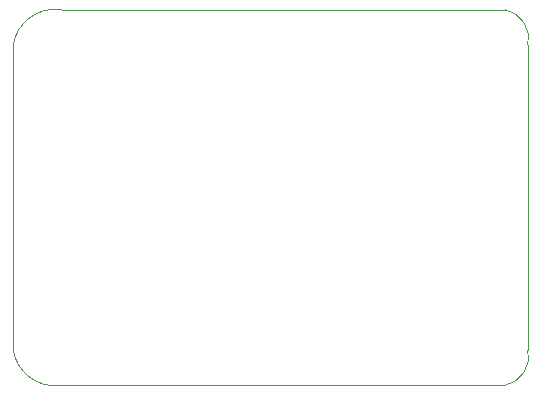
<source format=gbr>
%TF.GenerationSoftware,KiCad,Pcbnew,(5.1.10)-1*%
%TF.CreationDate,2022-10-31T01:55:02+09:00*%
%TF.ProjectId,IM920sL_module,494d3932-3073-44c5-9f6d-6f64756c652e,rev?*%
%TF.SameCoordinates,Original*%
%TF.FileFunction,Profile,NP*%
%FSLAX46Y46*%
G04 Gerber Fmt 4.6, Leading zero omitted, Abs format (unit mm)*
G04 Created by KiCad (PCBNEW (5.1.10)-1) date 2022-10-31 01:55:02*
%MOMM*%
%LPD*%
G01*
G04 APERTURE LIST*
%TA.AperFunction,Profile*%
%ADD10C,0.050000*%
%TD*%
G04 APERTURE END LIST*
D10*
X126680612Y-92103600D02*
X126680612Y-117903600D01*
X130780612Y-120903600D02*
G75*
G02*
X126680612Y-117903600I-550000J3550000D01*
G01*
X130780612Y-120903600D02*
X168360612Y-120903600D01*
X170260612Y-117903600D02*
G75*
G02*
X168360612Y-120903600I-2450000J-550000D01*
G01*
X170260612Y-117903600D02*
X170260612Y-92103600D01*
X168360612Y-89103600D02*
G75*
G02*
X170260612Y-92103600I-550000J-2450000D01*
G01*
X168360612Y-89103600D02*
X130780612Y-89103600D01*
X126680612Y-92103600D02*
G75*
G02*
X130780612Y-89103600I3550000J-550000D01*
G01*
M02*

</source>
